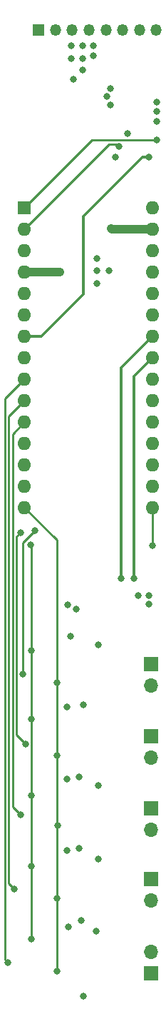
<source format=gbl>
G04 #@! TF.GenerationSoftware,KiCad,Pcbnew,(6.0.6)*
G04 #@! TF.CreationDate,2022-09-05T13:44:10+02:00*
G04 #@! TF.ProjectId,PAINTREv4,5041494e-5452-4457-9634-2e6b69636164,rev?*
G04 #@! TF.SameCoordinates,Original*
G04 #@! TF.FileFunction,Copper,L4,Bot*
G04 #@! TF.FilePolarity,Positive*
%FSLAX46Y46*%
G04 Gerber Fmt 4.6, Leading zero omitted, Abs format (unit mm)*
G04 Created by KiCad (PCBNEW (6.0.6)) date 2022-09-05 13:44:10*
%MOMM*%
%LPD*%
G01*
G04 APERTURE LIST*
G04 #@! TA.AperFunction,ComponentPad*
%ADD10R,1.350000X1.350000*%
G04 #@! TD*
G04 #@! TA.AperFunction,ComponentPad*
%ADD11O,1.350000X1.350000*%
G04 #@! TD*
G04 #@! TA.AperFunction,ComponentPad*
%ADD12R,1.700000X1.700000*%
G04 #@! TD*
G04 #@! TA.AperFunction,ComponentPad*
%ADD13O,1.700000X1.700000*%
G04 #@! TD*
G04 #@! TA.AperFunction,ComponentPad*
%ADD14R,1.600000X1.600000*%
G04 #@! TD*
G04 #@! TA.AperFunction,ComponentPad*
%ADD15O,1.600000X1.600000*%
G04 #@! TD*
G04 #@! TA.AperFunction,ViaPad*
%ADD16C,0.800000*%
G04 #@! TD*
G04 #@! TA.AperFunction,Conductor*
%ADD17C,1.000000*%
G04 #@! TD*
G04 #@! TA.AperFunction,Conductor*
%ADD18C,0.300000*%
G04 #@! TD*
G04 #@! TA.AperFunction,Conductor*
%ADD19C,0.250000*%
G04 #@! TD*
G04 APERTURE END LIST*
D10*
X128665000Y-33950000D03*
D11*
X130665000Y-33950000D03*
X132665000Y-33950000D03*
X134665000Y-33950000D03*
X136665000Y-33950000D03*
X138665000Y-33950000D03*
X140665000Y-33950000D03*
X142665000Y-33950000D03*
D12*
X142025000Y-126210000D03*
D13*
X142025000Y-128750000D03*
D12*
X142025000Y-117670000D03*
D13*
X142025000Y-120210000D03*
D14*
X127000000Y-55000000D03*
D15*
X127000000Y-57540000D03*
X127000000Y-60080000D03*
X127000000Y-62620000D03*
X127000000Y-65160000D03*
X127000000Y-67700000D03*
X127000000Y-70240000D03*
X127000000Y-72780000D03*
X127000000Y-75320000D03*
X127000000Y-77860000D03*
X127000000Y-80400000D03*
X127000000Y-82940000D03*
X127000000Y-85480000D03*
X127000000Y-88020000D03*
X127000000Y-90560000D03*
X142240000Y-90560000D03*
X142240000Y-88020000D03*
X142240000Y-85480000D03*
X142240000Y-82940000D03*
X142240000Y-80400000D03*
X142240000Y-77860000D03*
X142240000Y-75320000D03*
X142240000Y-72780000D03*
X142240000Y-70240000D03*
X142240000Y-67700000D03*
X142240000Y-65160000D03*
X142240000Y-62620000D03*
X142240000Y-60080000D03*
X142240000Y-57540000D03*
X142240000Y-55000000D03*
D12*
X142025000Y-134607000D03*
D13*
X142025000Y-137147000D03*
D12*
X142000000Y-145790000D03*
D13*
X142000000Y-143250000D03*
D12*
X142025000Y-109095000D03*
D13*
X142025000Y-111635000D03*
D16*
X134000000Y-113965000D03*
X133915000Y-35800000D03*
X142750000Y-43550000D03*
X129880000Y-62620000D03*
X135750000Y-106845000D03*
X131200000Y-62600000D03*
X133500000Y-122500000D03*
X133915000Y-38700000D03*
X137815000Y-49000000D03*
X140500000Y-101000000D03*
X141750000Y-101000000D03*
X135215000Y-35800000D03*
X135750000Y-123500000D03*
X139250000Y-46250000D03*
X137300000Y-57500000D03*
X132515000Y-35800000D03*
X138760000Y-57540000D03*
X133500000Y-131000000D03*
X134000000Y-148500000D03*
X135500000Y-140750000D03*
X132515000Y-37300000D03*
X133915000Y-37300000D03*
X132815000Y-39800000D03*
X133750000Y-139500000D03*
X135215000Y-37000000D03*
X140160000Y-57540000D03*
X128680000Y-62620000D03*
X135750000Y-132250000D03*
X142750000Y-44750000D03*
X142750000Y-42450000D03*
X141750000Y-102000000D03*
X138500000Y-99000000D03*
X140000000Y-99000000D03*
X125000000Y-144500000D03*
X127830000Y-141726000D03*
X127830000Y-115635000D03*
X127805000Y-107531000D03*
X127830000Y-124670000D03*
X127750000Y-95000000D03*
X127830000Y-133063000D03*
X142200000Y-95100000D03*
X128250000Y-93250000D03*
X126750000Y-110345000D03*
X125750000Y-135750000D03*
X126500000Y-127000000D03*
X135600000Y-62500000D03*
X132500000Y-105845000D03*
X132000000Y-122750000D03*
X137000000Y-62500000D03*
X135600000Y-64000000D03*
X137240000Y-40880000D03*
X133100000Y-102600000D03*
X136815000Y-41800000D03*
X132250000Y-140250000D03*
X135600000Y-61000000D03*
X132125000Y-102125000D03*
X132000000Y-131250000D03*
X132000000Y-114215000D03*
X137227500Y-42812500D03*
X130903000Y-128222000D03*
X130878000Y-119936000D03*
X130878000Y-136873000D03*
X130878000Y-145536000D03*
X130853000Y-111341000D03*
X126500000Y-93500000D03*
X127105500Y-118573773D03*
X138250000Y-47750000D03*
X141815000Y-49000000D03*
X142715000Y-47000000D03*
D17*
X140160000Y-57540000D02*
X138760000Y-57540000D01*
X142240000Y-57540000D02*
X140160000Y-57540000D01*
X138760000Y-57540000D02*
X137340000Y-57540000D01*
X128680000Y-62620000D02*
X129880000Y-62620000D01*
X129880000Y-62620000D02*
X131180000Y-62620000D01*
X127000000Y-62620000D02*
X128680000Y-62620000D01*
X131180000Y-62620000D02*
X131200000Y-62600000D01*
X137340000Y-57540000D02*
X137300000Y-57500000D01*
D18*
X142240000Y-70240000D02*
X138500000Y-73980000D01*
X138500000Y-73980000D02*
X138500000Y-99000000D01*
X142240000Y-72780000D02*
X140000000Y-75020000D01*
X140000000Y-75020000D02*
X140000000Y-99000000D01*
D19*
X124676997Y-77643003D02*
X127000000Y-75320000D01*
X125000000Y-144500000D02*
X124676997Y-144176997D01*
X124676997Y-144176997D02*
X124676997Y-77643003D01*
X142200000Y-95100000D02*
X142240000Y-95060000D01*
X127830000Y-107556000D02*
X127805000Y-107531000D01*
X127805000Y-95055000D02*
X127750000Y-95000000D01*
X127830000Y-124670000D02*
X127830000Y-116170000D01*
X127830000Y-116170000D02*
X127830000Y-108211000D01*
X142240000Y-95060000D02*
X142240000Y-90560000D01*
X127830000Y-141726000D02*
X127830000Y-124670000D01*
X127805000Y-108186000D02*
X127805000Y-95055000D01*
X126750000Y-107250000D02*
X126750000Y-94750000D01*
X126750000Y-110345000D02*
X126750000Y-106595000D01*
X126750000Y-94750000D02*
X128250000Y-93250000D01*
X125126498Y-79733502D02*
X125126498Y-135126498D01*
X125126498Y-135126498D02*
X125750000Y-135750000D01*
X127000000Y-77860000D02*
X125126498Y-79733502D01*
X125575999Y-81824001D02*
X125575999Y-126075999D01*
X127000000Y-80400000D02*
X125575999Y-81824001D01*
X125575999Y-126075999D02*
X126500000Y-127000000D01*
X130878000Y-145536000D02*
X130878000Y-112021000D01*
X130878000Y-111366000D02*
X130853000Y-111341000D01*
X130853000Y-94413000D02*
X127000000Y-90560000D01*
X130853000Y-111996000D02*
X130853000Y-94413000D01*
X126025500Y-107088810D02*
X126025500Y-117493773D01*
X126025500Y-117493773D02*
X127105500Y-118573773D01*
X126025500Y-107088810D02*
X126025500Y-93974500D01*
X126025500Y-93974500D02*
X126500000Y-93500000D01*
X138000000Y-47500000D02*
X138250000Y-47750000D01*
X137040000Y-47500000D02*
X138000000Y-47500000D01*
X127000000Y-57540000D02*
X137040000Y-47500000D01*
D18*
X129010000Y-70240000D02*
X134000000Y-65250000D01*
X141000000Y-49000000D02*
X141815000Y-49000000D01*
X134000000Y-56000000D02*
X141000000Y-49000000D01*
X134000000Y-65250000D02*
X134000000Y-56000000D01*
X127000000Y-70240000D02*
X129010000Y-70240000D01*
D19*
X127000000Y-55000000D02*
X135000000Y-47000000D01*
X138500000Y-47000000D02*
X142715000Y-47000000D01*
X135000000Y-47000000D02*
X138500000Y-47000000D01*
M02*

</source>
